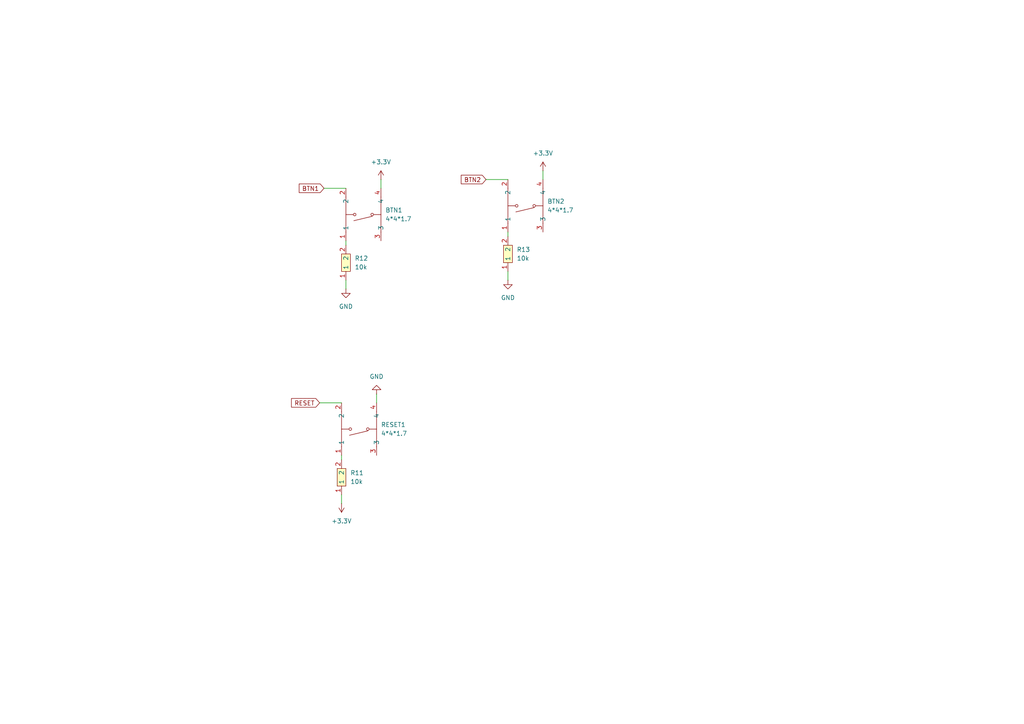
<source format=kicad_sch>
(kicad_sch (version 20250114) (generator "eeschema") (generator_version "9.0")
  (paper "A4")
  (lib_symbols
    (symbol "easyeda:4*4*1.7"
      (property "Reference" "SW" (at 0 8.89 0))
      (property "Value" "4*4*1.7" (at 0 -11.43 0))
      (symbol "4*4*1.7_0_1"
        (polyline (pts (xy -5.08 3.81) (xy 5.08 3.81)))
        (polyline (pts (xy -5.08 -6.35) (xy 5.08 -6.35)))
        (polyline (pts (xy -0.51 -3.81) (xy -1.78 1.52)))
        (polyline (pts (xy 0 1.78) (xy 0 3.81)))
        (circle (center 0 1.27) (radius 0.38))
        (circle (center 0 -3.81) (radius 0.38))
        (polyline (pts (xy 0 -4.32) (xy 0 -6.35)))
        (pin unspecified line (at -7.62 3.81 0) (length 2.54) (name "1") (number "1"))
        (pin unspecified line (at -7.62 -6.35 0) (length 2.54) (name "3") (number "3"))
        (pin unspecified line (at 7.62 3.81 180) (length 2.54) (name "2") (number "2"))
        (pin unspecified line (at 7.62 -6.35 180) (length 2.54) (name "4") (number "4"))
      )
    )
    (symbol "easyeda:FRC0603J103TS"
      (property "Reference" "R" (at 0 5.08 0))
      (property "Value" "FRC0603J103TS" (at 0 -5.08 0))
      (symbol "FRC0603J103TS_0_1"
        (rectangle (start -2.54 1.27) (end 2.54 -1.27) (fill (type background)))
        (pin unspecified line (at -5.08 0 0) (length 2.54) (name "1") (number "1"))
        (pin unspecified line (at 5.08 0 180) (length 2.54) (name "2") (number "2"))
      )
    )
    (symbol "power:+3.3V" (power) (pin_numbers (hide yes)) (pin_names (offset 0) (hide yes))
      (property "Value" "+3.3V" (at 0 3.556 0))
      (symbol "+3.3V_0_1"
        (polyline (pts (xy -0.762 1.27) (xy 0 2.54)))
        (polyline (pts (xy 0 2.54) (xy 0.762 1.27)))
        (polyline (pts (xy 0 0) (xy 0 2.54)))
      )
      (symbol "+3.3V_1_1"
        (pin power_in line (at 0 0 90) (length 0) (name "~") (number "1"))
      )
    )
    (symbol "power:GND" (power) (pin_numbers (hide yes)) (pin_names (offset 0) (hide yes))
      (property "Value" "GND" (at 0 -3.81 0))
      (symbol "GND_0_1"
        (polyline (pts (xy 0 0) (xy 0 -1.27) (xy 1.27 -1.27) (xy 0 -2.54) (xy -1.27 -1.27) (xy 0 -1.27)))
      )
      (symbol "GND_1_1"
        (pin power_in line (at 0 0 270) (length 0) (name "~") (number "1"))
      )
    )
  )
  (wire (pts (xy 100.33 69.85) (xy 100.33 71.12)))
  (wire (pts (xy 99.06 132.08) (xy 99.06 133.35)))
  (wire (pts (xy 110.49 52.07) (xy 110.49 54.61)))
  (wire (pts (xy 147.32 67.31) (xy 147.32 68.58)))
  (wire (pts (xy 147.32 78.74) (xy 147.32 81.28)))
  (wire (pts (xy 157.48 49.53) (xy 157.48 52.07)))
  (wire (pts (xy 100.33 81.28) (xy 100.33 83.82)))
  (wire (pts (xy 99.06 143.51) (xy 99.06 146.05)))
  (wire (pts (xy 140.97 52.07) (xy 147.32 52.07)))
  (wire (pts (xy 92.71 116.84) (xy 99.06 116.84)))
  (wire (pts (xy 109.22 114.3) (xy 109.22 116.84)))
  (wire (pts (xy 93.98 54.61) (xy 100.33 54.61)))
  (global_label "BTN1" (shape input) (at 93.98 54.61 180) (property "Intersheetrefs" "${INTERSHEET_REFS}" (effects (hide yes))))
  (global_label "BTN2" (shape input) (at 140.97 52.07 180) (property "Intersheetrefs" "${INTERSHEET_REFS}" (effects (hide yes))))
  (global_label "RESET" (shape input) (at 92.71 116.84 180) (property "Intersheetrefs" "${INTERSHEET_REFS}" (effects (hide yes))))
  (symbol (lib_id "power:+3.3V") (at 110.49 52.07 0) (unit 1)
    (property "Reference" "#PWR034" (effects (hide yes)))
    (property "Value" "+3.3V" (at 110.49 46.99 0))
    (property "Description" "Power symbol creates a global label with name \"+3.3V\"" (effects (hide yes)))
  )
  (symbol (lib_id "easyeda:FRC0603J103TS") (at 99.06 138.43 90) (unit 1)
    (property "Reference" "R11" (at 101.6 137.1599 90) (effects (justify right)))
    (property "Value" "10k" (at 101.6 139.6999 90) (effects (justify right)))
    (property "Footprint" "Resistor_SMD:R_0603_1608Metric_Pad0.98x0.95mm_HandSolder" (effects (hide yes)))
    (property "LCSC Part" "C2930027" (effects (hide yes)))
  )
  (symbol (lib_id "power:+3.3V") (at 157.48 49.53 0) (unit 1)
    (property "Reference" "#PWR036" (effects (hide yes)))
    (property "Value" "+3.3V" (at 157.48 44.45 0))
    (property "Description" "Power symbol creates a global label with name \"+3.3V\"" (effects (hide yes)))
  )
  (symbol (lib_id "power:GND") (at 100.33 83.82 0) (unit 1)
    (property "Reference" "#PWR033" (effects (hide yes)))
    (property "Value" "GND" (at 100.33 88.9 0))
    (property "Description" "Power symbol creates a global label with name \"GND\" , ground" (effects (hide yes)))
  )
  (symbol (lib_id "easyeda:FRC0603J103TS") (at 147.32 73.66 90) (unit 1)
    (property "Reference" "R13" (at 149.86 72.3899 90) (effects (justify right)))
    (property "Value" "10k" (at 149.86 74.9299 90) (effects (justify right)))
    (property "Footprint" "Resistor_SMD:R_0603_1608Metric_Pad0.98x0.95mm_HandSolder" (effects (hide yes)))
    (property "LCSC Part" "C2930027" (effects (hide yes)))
  )
  (symbol (lib_id "power:GND") (at 109.22 114.3 180) (unit 1)
    (property "Reference" "#PWR026" (effects (hide yes)))
    (property "Value" "GND" (at 109.22 109.22 0))
    (property "Description" "Power symbol creates a global label with name \"GND\" , ground" (effects (hide yes)))
  )
  (symbol (lib_id "easyeda:4*4*1.7") (at 151.13 59.69 90) (unit 1)
    (property "Reference" "BTN2" (at 158.75 58.4199 90) (effects (justify right)))
    (property "Value" "4*4*1.7" (at 158.75 60.9599 90) (effects (justify right)))
    (property "Footprint" "easyeda2kicad:SW-SMD_4P-L5.2-W5.2-P3.70-LS6.5" (effects (hide yes)))
    (property "Datasheet" "https://lcsc.com/product-detail/Tactile-Switches_4-4-1-7-Plastic-head_C10852.html" (effects (hide yes)))
    (property "LCSC Part" "C10852" (effects (hide yes)))
  )
  (symbol (lib_id "power:GND") (at 147.32 81.28 0) (unit 1)
    (property "Reference" "#PWR035" (effects (hide yes)))
    (property "Value" "GND" (at 147.32 86.36 0))
    (property "Description" "Power symbol creates a global label with name \"GND\" , ground" (effects (hide yes)))
  )
  (symbol (lib_id "easyeda:FRC0603J103TS") (at 100.33 76.2 90) (unit 1)
    (property "Reference" "R12" (at 102.87 74.9299 90) (effects (justify right)))
    (property "Value" "10k" (at 102.87 77.4699 90) (effects (justify right)))
    (property "Footprint" "Resistor_SMD:R_0603_1608Metric_Pad0.98x0.95mm_HandSolder" (effects (hide yes)))
    (property "LCSC Part" "C2930027" (effects (hide yes)))
  )
  (symbol (lib_id "easyeda:4*4*1.7") (at 102.87 124.46 90) (unit 1)
    (property "Reference" "RESET1" (at 110.49 123.1899 90) (effects (justify right)))
    (property "Value" "4*4*1.7" (at 110.49 125.7299 90) (effects (justify right)))
    (property "Footprint" "easyeda2kicad:SW-SMD_4P-L5.2-W5.2-P3.70-LS6.5" (effects (hide yes)))
    (property "Datasheet" "https://lcsc.com/product-detail/Tactile-Switches_4-4-1-7-Plastic-head_C10852.html" (effects (hide yes)))
    (property "LCSC Part" "C10852" (effects (hide yes)))
  )
  (symbol (lib_id "easyeda:4*4*1.7") (at 104.14 62.23 90) (unit 1)
    (property "Reference" "BTN1" (at 111.76 60.9599 90) (effects (justify right)))
    (property "Value" "4*4*1.7" (at 111.76 63.4999 90) (effects (justify right)))
    (property "Footprint" "easyeda2kicad:SW-SMD_4P-L5.2-W5.2-P3.70-LS6.5" (effects (hide yes)))
    (property "Datasheet" "https://lcsc.com/product-detail/Tactile-Switches_4-4-1-7-Plastic-head_C10852.html" (effects (hide yes)))
    (property "LCSC Part" "C10852" (effects (hide yes)))
  )
  (symbol (lib_id "power:+3.3V") (at 99.06 146.05 180) (unit 1)
    (property "Reference" "#PWR025" (effects (hide yes)))
    (property "Value" "+3.3V" (at 99.06 151.13 0))
    (property "Description" "Power symbol creates a global label with name \"+3.3V\"" (effects (hide yes)))
  )
)
</source>
